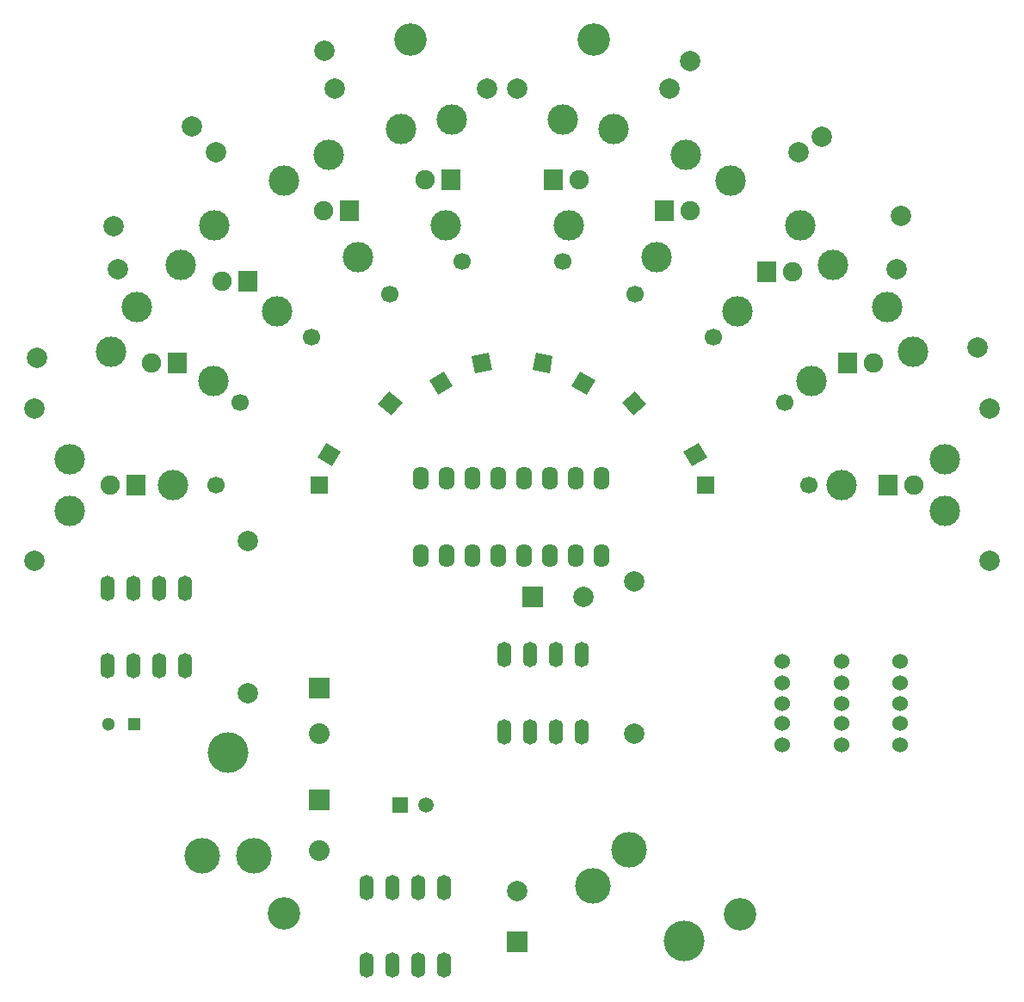
<source format=gts>
G04 #@! TF.FileFunction,Soldermask,Top*
%FSLAX46Y46*%
G04 Gerber Fmt 4.6, Leading zero omitted, Abs format (unit mm)*
G04 Created by KiCad (PCBNEW (2015-11-24 BZR 6329)-product) date Thu 09 Mar 2017 02:25:58 AM EST*
%MOMM*%
G01*
G04 APERTURE LIST*
%ADD10C,0.100000*%
%ADD11C,1.524000*%
%ADD12C,3.200000*%
%ADD13O,1.600000X2.300000*%
%ADD14O,1.400000X2.500000*%
%ADD15R,2.032000X2.032000*%
%ADD16O,2.032000X2.032000*%
%ADD17R,2.000000X2.000000*%
%ADD18C,2.000000*%
%ADD19C,1.998980*%
%ADD20C,3.500000*%
%ADD21C,4.000000*%
%ADD22R,1.500000X1.500000*%
%ADD23C,1.500000*%
%ADD24R,1.900000X2.000000*%
%ADD25C,1.900000*%
%ADD26C,3.000000*%
%ADD27C,1.699260*%
%ADD28R,1.699260X1.699260*%
%ADD29R,1.300000X1.300000*%
%ADD30C,1.300000*%
G04 APERTURE END LIST*
D10*
D11*
X238600000Y-91500000D03*
X238600000Y-89500000D03*
X238600000Y-87500000D03*
X238600000Y-85400000D03*
X238600000Y-93600000D03*
D12*
X189500000Y-110200000D03*
X234400000Y-110300000D03*
X220000000Y-24200000D03*
X202000000Y-24200000D03*
D13*
X203000000Y-75000000D03*
X205540000Y-75000000D03*
X208080000Y-75000000D03*
X210620000Y-75000000D03*
X213160000Y-75000000D03*
X215700000Y-75000000D03*
X218240000Y-75000000D03*
X220780000Y-75000000D03*
X220780000Y-67380000D03*
X218240000Y-67380000D03*
X215700000Y-67380000D03*
X213160000Y-67380000D03*
X210620000Y-67380000D03*
X208080000Y-67380000D03*
X205540000Y-67380000D03*
X203000000Y-67380000D03*
D14*
X172190000Y-85810000D03*
X174730000Y-85810000D03*
X177270000Y-85810000D03*
X179810000Y-85810000D03*
X179810000Y-78190000D03*
X177270000Y-78190000D03*
X174730000Y-78190000D03*
X172190000Y-78190000D03*
D15*
X193000000Y-88000000D03*
D16*
X193000000Y-92500000D03*
D15*
X193000000Y-99000000D03*
D16*
X193000000Y-104000000D03*
D14*
X205310000Y-107690000D03*
X202770000Y-107690000D03*
X200230000Y-107690000D03*
X197690000Y-107690000D03*
X197690000Y-115310000D03*
X200230000Y-115310000D03*
X202770000Y-115310000D03*
X205310000Y-115310000D03*
X218810000Y-84690000D03*
X216270000Y-84690000D03*
X213730000Y-84690000D03*
X211190000Y-84690000D03*
X211190000Y-92310000D03*
X213730000Y-92310000D03*
X216270000Y-92310000D03*
X218810000Y-92310000D03*
D17*
X214000000Y-79000000D03*
D18*
X219000000Y-79000000D03*
D17*
X212500000Y-113000000D03*
D18*
X212500000Y-108000000D03*
D19*
X224000000Y-92500000D03*
X224000000Y-77500000D03*
D20*
X223500000Y-103907898D03*
X219907898Y-107500000D03*
D21*
X228888154Y-112888154D03*
D20*
X181460000Y-104540000D03*
X186540000Y-104540000D03*
D21*
X184000000Y-94380000D03*
D22*
X201000000Y-99500000D03*
D23*
X203500000Y-99500000D03*
D24*
X175000000Y-68000000D03*
D25*
X172460000Y-68000000D03*
D24*
X179000000Y-56000000D03*
D25*
X176460000Y-56000000D03*
D24*
X186000000Y-48000000D03*
D25*
X183460000Y-48000000D03*
D24*
X196000000Y-41000000D03*
D25*
X193460000Y-41000000D03*
D24*
X206000000Y-38000000D03*
D25*
X203460000Y-38000000D03*
D24*
X216000000Y-38000000D03*
D25*
X218540000Y-38000000D03*
D24*
X227000000Y-41000000D03*
D25*
X229540000Y-41000000D03*
D24*
X237000000Y-47000000D03*
D25*
X239540000Y-47000000D03*
D24*
X245000000Y-56000000D03*
D25*
X247540000Y-56000000D03*
D24*
X249000000Y-68000000D03*
D25*
X251540000Y-68000000D03*
D26*
X168460000Y-65460000D03*
X168460000Y-70540000D03*
X178620000Y-68000000D03*
X175070295Y-50530295D03*
X172530295Y-54929705D03*
X182599114Y-57810000D03*
X182686928Y-42421567D03*
X179421567Y-46313072D03*
X188837259Y-50898042D03*
X193929705Y-35530295D03*
X189530295Y-38070295D03*
X196810000Y-45599114D03*
X206008678Y-32022012D03*
X201022012Y-32991322D03*
X205453965Y-42479999D03*
X221977988Y-32991322D03*
X216991322Y-32022012D03*
X217546035Y-42479999D03*
X233469705Y-38070295D03*
X229070295Y-35530295D03*
X226190000Y-45599114D03*
X243578433Y-46313072D03*
X240313072Y-42421567D03*
X234162741Y-50898042D03*
X251469705Y-54929705D03*
X248929705Y-50530295D03*
X241400886Y-57810000D03*
X254540000Y-70540000D03*
X254540000Y-65460000D03*
X244380000Y-68000000D03*
D27*
X182839480Y-68002540D03*
D28*
X192999480Y-68002540D03*
D27*
X185199462Y-59921940D03*
D10*
G36*
X192837664Y-65312926D02*
X193687294Y-63841324D01*
X195158896Y-64690954D01*
X194309266Y-66162556D01*
X192837664Y-65312926D01*
X192837664Y-65312926D01*
G37*
D27*
X192214957Y-53470889D03*
D10*
G36*
X198800983Y-60106335D02*
X199893246Y-58804626D01*
X201194955Y-59896889D01*
X200102692Y-61198598D01*
X198800983Y-60106335D01*
X198800983Y-60106335D01*
G37*
D27*
X199917540Y-49202002D03*
D10*
G36*
X203836924Y-57689834D02*
X205308526Y-56840204D01*
X206158156Y-58311806D01*
X204686554Y-59161436D01*
X203836924Y-57689834D01*
X203836924Y-57689834D01*
G37*
D27*
X207058788Y-46026642D03*
D10*
G36*
X208001270Y-55328071D02*
X209669310Y-55003837D01*
X209993544Y-56671877D01*
X208325504Y-56996111D01*
X208001270Y-55328071D01*
X208001270Y-55328071D01*
G37*
D27*
X216936225Y-46025673D03*
D10*
G36*
X214325703Y-55002868D02*
X215993743Y-55327102D01*
X215669509Y-56995142D01*
X214001469Y-56670908D01*
X214325703Y-55002868D01*
X214325703Y-55002868D01*
G37*
D27*
X224078060Y-49199462D03*
D10*
G36*
X218687074Y-56837664D02*
X220158676Y-57687294D01*
X219309046Y-59158896D01*
X217837444Y-58309266D01*
X218687074Y-56837664D01*
X218687074Y-56837664D01*
G37*
D27*
X231781777Y-53466998D03*
D10*
G36*
X224103489Y-58800734D02*
X225195752Y-60102443D01*
X223894043Y-61194706D01*
X222801780Y-59892997D01*
X224103489Y-58800734D01*
X224103489Y-58800734D01*
G37*
D27*
X238797998Y-59917540D03*
D10*
G36*
X230310166Y-63836924D02*
X231159796Y-65308526D01*
X229688194Y-66158156D01*
X228838564Y-64686554D01*
X230310166Y-63836924D01*
X230310166Y-63836924D01*
G37*
D27*
X241160520Y-67997460D03*
D28*
X231000520Y-67997460D03*
D19*
X186000000Y-73500000D03*
X186000000Y-88500000D03*
X165000000Y-60500000D03*
X165000000Y-75500000D03*
X172750000Y-42504809D03*
X165250000Y-55495191D03*
X182820907Y-35254667D03*
X173179093Y-46745333D03*
X193495191Y-25250000D03*
X180504809Y-32750000D03*
X209500000Y-29000000D03*
X194500000Y-29000000D03*
X227500000Y-29000000D03*
X212500000Y-29000000D03*
X242495191Y-33750000D03*
X229504809Y-26250000D03*
X249820907Y-46745333D03*
X240179093Y-35254667D03*
X257750000Y-54495191D03*
X250250000Y-41504809D03*
X259000000Y-75500000D03*
X259000000Y-60500000D03*
D29*
X174800000Y-91600000D03*
D30*
X172300000Y-91600000D03*
D11*
X244400000Y-91500000D03*
X244400000Y-89500000D03*
X244400000Y-87500000D03*
X244400000Y-85400000D03*
X244400000Y-93600000D03*
X250200000Y-91500000D03*
X250200000Y-89500000D03*
X250200000Y-87500000D03*
X250200000Y-85400000D03*
X250200000Y-93600000D03*
M02*

</source>
